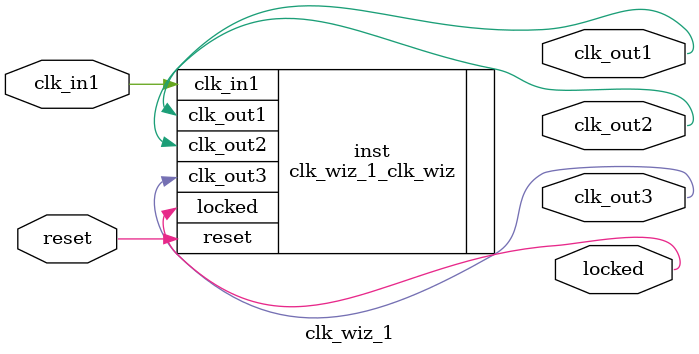
<source format=v>


`timescale 1ps/1ps

(* CORE_GENERATION_INFO = "clk_wiz_1,clk_wiz_v6_0_2_0_0,{component_name=clk_wiz_1,use_phase_alignment=true,use_min_o_jitter=false,use_max_i_jitter=false,use_dyn_phase_shift=false,use_inclk_switchover=false,use_dyn_reconfig=false,enable_axi=0,feedback_source=FDBK_AUTO,PRIMITIVE=MMCM,num_out_clk=3,clkin1_period=10.000,clkin2_period=10.000,use_power_down=false,use_reset=true,use_locked=true,use_inclk_stopped=false,feedback_type=SINGLE,CLOCK_MGR_TYPE=NA,manual_override=false}" *)

module clk_wiz_1 
 (
  // Clock out ports
  output        clk_out1,
  output        clk_out2,
  output        clk_out3,
  // Status and control signals
  input         reset,
  output        locked,
 // Clock in ports
  input         clk_in1
 );

  clk_wiz_1_clk_wiz inst
  (
  // Clock out ports  
  .clk_out1(clk_out1),
  .clk_out2(clk_out2),
  .clk_out3(clk_out3),
  // Status and control signals               
  .reset(reset), 
  .locked(locked),
 // Clock in ports
  .clk_in1(clk_in1)
  );

endmodule

</source>
